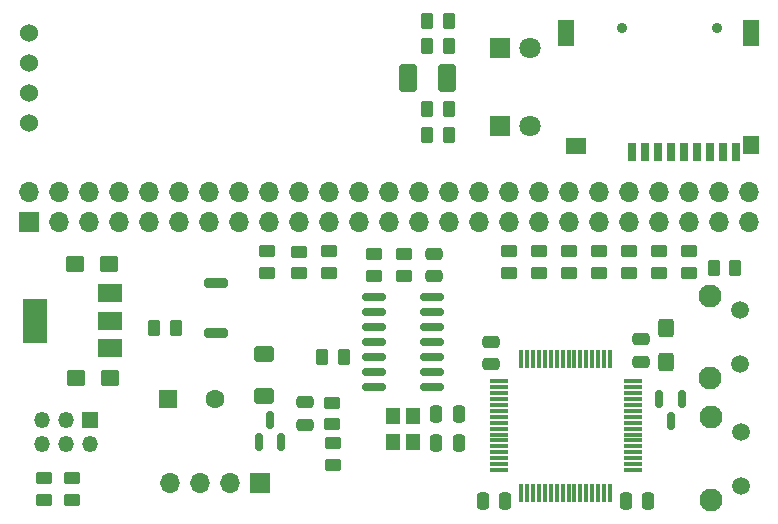
<source format=gbr>
G04 #@! TF.GenerationSoftware,KiCad,Pcbnew,8.0.7*
G04 #@! TF.CreationDate,2025-01-10T00:35:48-06:00*
G04 #@! TF.ProjectId,OpenFlops,4f70656e-466c-46f7-9073-2e6b69636164,1.0*
G04 #@! TF.SameCoordinates,PX72b28c8PY7654b98*
G04 #@! TF.FileFunction,Soldermask,Top*
G04 #@! TF.FilePolarity,Negative*
%FSLAX46Y46*%
G04 Gerber Fmt 4.6, Leading zero omitted, Abs format (unit mm)*
G04 Created by KiCad (PCBNEW 8.0.7) date 2025-01-10 00:35:48*
%MOMM*%
%LPD*%
G01*
G04 APERTURE LIST*
G04 Aperture macros list*
%AMRoundRect*
0 Rectangle with rounded corners*
0 $1 Rounding radius*
0 $2 $3 $4 $5 $6 $7 $8 $9 X,Y pos of 4 corners*
0 Add a 4 corners polygon primitive as box body*
4,1,4,$2,$3,$4,$5,$6,$7,$8,$9,$2,$3,0*
0 Add four circle primitives for the rounded corners*
1,1,$1+$1,$2,$3*
1,1,$1+$1,$4,$5*
1,1,$1+$1,$6,$7*
1,1,$1+$1,$8,$9*
0 Add four rect primitives between the rounded corners*
20,1,$1+$1,$2,$3,$4,$5,0*
20,1,$1+$1,$4,$5,$6,$7,0*
20,1,$1+$1,$6,$7,$8,$9,0*
20,1,$1+$1,$8,$9,$2,$3,0*%
G04 Aperture macros list end*
%ADD10RoundRect,0.250000X-0.262500X-0.450000X0.262500X-0.450000X0.262500X0.450000X-0.262500X0.450000X0*%
%ADD11RoundRect,0.250000X-0.450000X0.262500X-0.450000X-0.262500X0.450000X-0.262500X0.450000X0.262500X0*%
%ADD12RoundRect,0.150000X0.150000X-0.587500X0.150000X0.587500X-0.150000X0.587500X-0.150000X-0.587500X0*%
%ADD13R,1.700000X1.700000*%
%ADD14O,1.700000X1.700000*%
%ADD15RoundRect,0.250000X-0.600000X0.400000X-0.600000X-0.400000X0.600000X-0.400000X0.600000X0.400000X0*%
%ADD16R,1.600000X1.600000*%
%ADD17C,1.600000*%
%ADD18RoundRect,0.150000X-0.150000X0.587500X-0.150000X-0.587500X0.150000X-0.587500X0.150000X0.587500X0*%
%ADD19RoundRect,0.250000X0.475000X-0.250000X0.475000X0.250000X-0.475000X0.250000X-0.475000X-0.250000X0*%
%ADD20RoundRect,0.150000X-0.825000X-0.150000X0.825000X-0.150000X0.825000X0.150000X-0.825000X0.150000X0*%
%ADD21RoundRect,0.250000X-0.250000X-0.475000X0.250000X-0.475000X0.250000X0.475000X-0.250000X0.475000X0*%
%ADD22RoundRect,0.250000X0.537500X0.425000X-0.537500X0.425000X-0.537500X-0.425000X0.537500X-0.425000X0*%
%ADD23R,2.000000X1.500000*%
%ADD24R,2.000000X3.800000*%
%ADD25RoundRect,0.250000X0.450000X-0.262500X0.450000X0.262500X-0.450000X0.262500X-0.450000X-0.262500X0*%
%ADD26RoundRect,0.250000X0.250000X0.475000X-0.250000X0.475000X-0.250000X-0.475000X0.250000X-0.475000X0*%
%ADD27RoundRect,0.250000X0.425000X-0.537500X0.425000X0.537500X-0.425000X0.537500X-0.425000X-0.537500X0*%
%ADD28C,1.950000*%
%ADD29C,1.508000*%
%ADD30R,1.800000X1.800000*%
%ADD31C,1.800000*%
%ADD32RoundRect,0.200000X0.800000X-0.200000X0.800000X0.200000X-0.800000X0.200000X-0.800000X-0.200000X0*%
%ADD33RoundRect,0.250000X0.262500X0.450000X-0.262500X0.450000X-0.262500X-0.450000X0.262500X-0.450000X0*%
%ADD34C,1.524000*%
%ADD35RoundRect,0.075000X-0.700000X-0.075000X0.700000X-0.075000X0.700000X0.075000X-0.700000X0.075000X0*%
%ADD36RoundRect,0.075000X-0.075000X-0.700000X0.075000X-0.700000X0.075000X0.700000X-0.075000X0.700000X0*%
%ADD37RoundRect,0.250001X0.499999X0.924999X-0.499999X0.924999X-0.499999X-0.924999X0.499999X-0.924999X0*%
%ADD38C,0.900000*%
%ADD39R,0.700000X1.600000*%
%ADD40R,1.400000X1.600000*%
%ADD41R,1.400000X2.200000*%
%ADD42R,1.800000X1.400000*%
%ADD43R,1.350000X1.350000*%
%ADD44O,1.350000X1.350000*%
%ADD45R,1.200000X1.400000*%
G04 APERTURE END LIST*
D10*
X12549500Y17018000D03*
X14374500Y17018000D03*
D11*
X27686000Y7262500D03*
X27686000Y5437500D03*
D12*
X21402000Y7396000D03*
X23302000Y7396000D03*
X22352000Y9271000D03*
D13*
X21463000Y3937000D03*
D14*
X18923000Y3937000D03*
X16383000Y3937000D03*
X13843000Y3937000D03*
D15*
X21844000Y11303000D03*
X21844000Y14803000D03*
D16*
X13716000Y11049000D03*
D17*
X17716000Y11049000D03*
D18*
X57211000Y11019000D03*
X55311000Y11019000D03*
X56261000Y9144000D03*
D19*
X41031000Y13979000D03*
X41031000Y15879000D03*
D20*
X31115000Y19685000D03*
X31115000Y18415000D03*
X31115000Y17145000D03*
X31115000Y15875000D03*
X31115000Y14605000D03*
X31115000Y13335000D03*
X31115000Y12065000D03*
X36065000Y12065000D03*
X36065000Y13335000D03*
X36065000Y14605000D03*
X36065000Y15875000D03*
X36065000Y17145000D03*
X36065000Y18415000D03*
X36065000Y19685000D03*
D21*
X36431000Y9731000D03*
X38331000Y9731000D03*
D22*
X8717000Y22479000D03*
X5842000Y22479000D03*
D11*
X42545000Y23518500D03*
X42545000Y21693500D03*
D23*
X8763000Y15353000D03*
X8763000Y17653000D03*
D24*
X2463000Y17653000D03*
D23*
X8763000Y19953000D03*
D11*
X31115000Y23280500D03*
X31115000Y21455500D03*
D25*
X3175000Y2484500D03*
X3175000Y4309500D03*
D10*
X35640000Y35560000D03*
X37465000Y35560000D03*
D11*
X50165000Y23518500D03*
X50165000Y21693500D03*
D19*
X53721000Y14163000D03*
X53721000Y16063000D03*
D11*
X47625000Y23518500D03*
X47625000Y21693500D03*
D26*
X42281000Y2379000D03*
X40381000Y2379000D03*
D21*
X36431000Y7318000D03*
X38331000Y7318000D03*
D10*
X35663500Y40894000D03*
X37488500Y40894000D03*
D19*
X25294200Y8841500D03*
X25294200Y10741500D03*
X36195000Y21402000D03*
X36195000Y23302000D03*
D11*
X45085000Y23518500D03*
X45085000Y21693500D03*
D22*
X8803500Y12827000D03*
X5928500Y12827000D03*
D27*
X55880000Y14143000D03*
X55880000Y17018000D03*
D28*
X59603000Y12756000D03*
X59603000Y19756000D03*
D29*
X62103000Y13981000D03*
X62103000Y18531000D03*
D11*
X22098000Y23518500D03*
X22098000Y21693500D03*
D30*
X41783000Y40767000D03*
D31*
X44323000Y40767000D03*
D11*
X57785000Y23518500D03*
X57785000Y21693500D03*
D10*
X26773500Y14605000D03*
X28598500Y14605000D03*
D32*
X17780000Y16628000D03*
X17780000Y20828000D03*
D21*
X52481000Y2379000D03*
X54381000Y2379000D03*
D33*
X37488500Y43053000D03*
X35663500Y43053000D03*
D11*
X52705000Y23518500D03*
X52705000Y21693500D03*
X55245000Y23518500D03*
X55245000Y21693500D03*
D28*
X59698000Y2469000D03*
X59698000Y9469000D03*
D29*
X62198000Y3694000D03*
X62198000Y8244000D03*
D34*
X1955000Y34417000D03*
X1955000Y36957000D03*
X1955000Y39497000D03*
X1955000Y42037000D03*
D35*
X41696000Y12513000D03*
X41696000Y12013000D03*
X41696000Y11513000D03*
X41696000Y11013000D03*
X41696000Y10513000D03*
X41696000Y10013000D03*
X41696000Y9513000D03*
X41696000Y9013000D03*
X41696000Y8513000D03*
X41696000Y8013000D03*
X41696000Y7513000D03*
X41696000Y7013000D03*
X41696000Y6513000D03*
X41696000Y6013000D03*
X41696000Y5513000D03*
X41696000Y5013000D03*
D36*
X43621000Y3088000D03*
X44121000Y3088000D03*
X44621000Y3088000D03*
X45121000Y3088000D03*
X45621000Y3088000D03*
X46121000Y3088000D03*
X46621000Y3088000D03*
X47121000Y3088000D03*
X47621000Y3088000D03*
X48121000Y3088000D03*
X48621000Y3088000D03*
X49121000Y3088000D03*
X49621000Y3088000D03*
X50121000Y3088000D03*
X50621000Y3088000D03*
X51121000Y3088000D03*
D35*
X53046000Y5013000D03*
X53046000Y5513000D03*
X53046000Y6013000D03*
X53046000Y6513000D03*
X53046000Y7013000D03*
X53046000Y7513000D03*
X53046000Y8013000D03*
X53046000Y8513000D03*
X53046000Y9013000D03*
X53046000Y9513000D03*
X53046000Y10013000D03*
X53046000Y10513000D03*
X53046000Y11013000D03*
X53046000Y11513000D03*
X53046000Y12013000D03*
X53046000Y12513000D03*
D36*
X51121000Y14438000D03*
X50621000Y14438000D03*
X50121000Y14438000D03*
X49621000Y14438000D03*
X49121000Y14438000D03*
X48621000Y14438000D03*
X48121000Y14438000D03*
X47621000Y14438000D03*
X47121000Y14438000D03*
X46621000Y14438000D03*
X46121000Y14438000D03*
X45621000Y14438000D03*
X45121000Y14438000D03*
X44621000Y14438000D03*
X44121000Y14438000D03*
X43621000Y14438000D03*
D37*
X37312000Y38227000D03*
X34062000Y38227000D03*
D38*
X60175000Y42409000D03*
X52175000Y42409000D03*
D39*
X52975000Y31909000D03*
X54075000Y31909000D03*
X55175000Y31909000D03*
X56275000Y31909000D03*
X57375000Y31909000D03*
X58475000Y31909000D03*
X59575000Y31909000D03*
X60675000Y31909000D03*
X61775000Y31909000D03*
D40*
X63075000Y32509000D03*
D41*
X63075000Y42009000D03*
X47375000Y42009000D03*
D42*
X48275000Y32409000D03*
D11*
X33655000Y23280500D03*
X33655000Y21455500D03*
D33*
X37465000Y33401000D03*
X35640000Y33401000D03*
D11*
X24765000Y23495000D03*
X24765000Y21670000D03*
D30*
X41778000Y34163000D03*
D31*
X44318000Y34163000D03*
D43*
X7080000Y9239000D03*
D44*
X7080000Y7239000D03*
X5080000Y9239000D03*
X5080000Y7239000D03*
X3080000Y9239000D03*
X3080000Y7239000D03*
D11*
X27631000Y10704000D03*
X27631000Y8879000D03*
X5588000Y4309500D03*
X5588000Y2484500D03*
D10*
X59920500Y22098000D03*
X61745500Y22098000D03*
D45*
X34482000Y7361000D03*
X34482000Y9561000D03*
X32782000Y9561000D03*
X32782000Y7361000D03*
D11*
X27305000Y23518500D03*
X27305000Y21693500D03*
D13*
X1905000Y26035000D03*
D14*
X1905000Y28575000D03*
X4445000Y26035000D03*
X4445000Y28575000D03*
X6985000Y26035000D03*
X6985000Y28575000D03*
X9525000Y26035000D03*
X9525000Y28575000D03*
X12065000Y26035000D03*
X12065000Y28575000D03*
X14605000Y26035000D03*
X14605000Y28575000D03*
X17145000Y26035000D03*
X17145000Y28575000D03*
X19685000Y26035000D03*
X19685000Y28575000D03*
X22225000Y26035000D03*
X22225000Y28575000D03*
X24765000Y26035000D03*
X24765000Y28575000D03*
X27305000Y26035000D03*
X27305000Y28575000D03*
X29845000Y26035000D03*
X29845000Y28575000D03*
X32385000Y26035000D03*
X32385000Y28575000D03*
X34925000Y26035000D03*
X34925000Y28575000D03*
X37465000Y26035000D03*
X37465000Y28575000D03*
X40005000Y26035000D03*
X40005000Y28575000D03*
X42545000Y26035000D03*
X42545000Y28575000D03*
X45085000Y26035000D03*
X45085000Y28575000D03*
X47625000Y26035000D03*
X47625000Y28575000D03*
X50165000Y26035000D03*
X50165000Y28575000D03*
X52705000Y26035000D03*
X52705000Y28575000D03*
X55245000Y26035000D03*
X55245000Y28575000D03*
X57785000Y26035000D03*
X57785000Y28575000D03*
X60325000Y26035000D03*
X60325000Y28575000D03*
X62865000Y26035000D03*
X62865000Y28575000D03*
M02*

</source>
